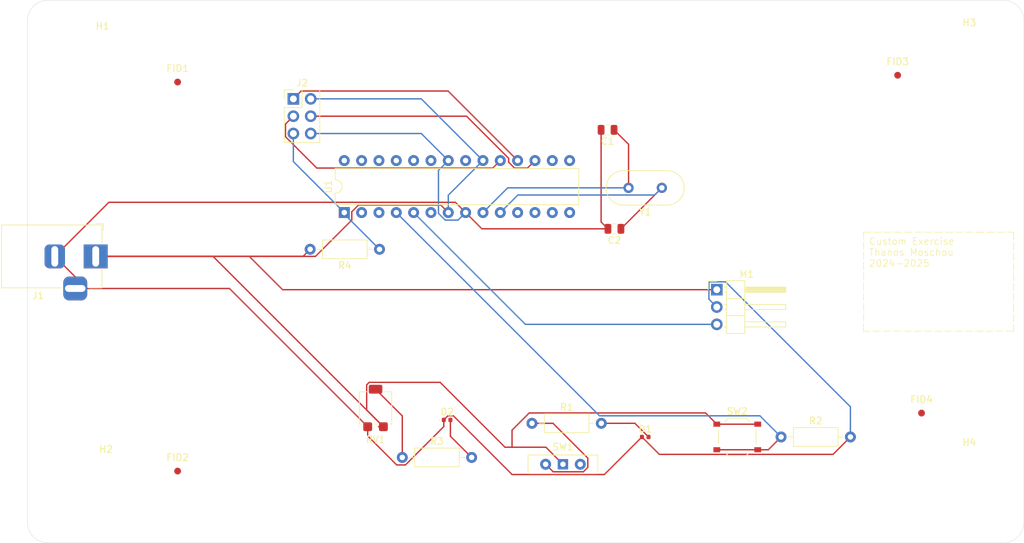
<source format=kicad_pcb>
(kicad_pcb (version 20240108) (generator "pcbnew") (generator_version "8.0")
  (layers (0 "F.Cu" signal) (31 "B.Cu" signal) (34 "B.Paste" user) (35 "F.Paste" user) (36 "B.SilkS" user "B.Silkscreen") (37 "F.SilkS" user "F.Silkscreen") (38 "B.Mask" user) (39 "F.Mask" user) (44 "Edge.Cuts" user))
  (net 0 "")
  (net 1 "GND")
  (net 2 "Net-(U1-XTAL1{slash}PB6)")
  (net 3 "Net-(U1-XTAL2{slash}PB7)")
  (net 4 "Net-(D1-A)")
  (net 5 "Net-(D2-A)")
  (net 6 "VCC")
  (net 7 "Net-(J2-Pin_4)")
  (net 8 "Net-(J2-Pin_3)")
  (net 9 "/RESET")
  (net 10 "Net-(J2-Pin_1)")
  (net 11 "/SERVO")
  (net 12 "Net-(SW1-C)")
  (net 13 "/PUSH")
  (net 14 "Net-(R3-Pad1)")
  (footprint "Fiducial:Fiducial_1mm_Mask2mm" (layer "F.Cu") (at 73 113)
    (property "Reference" "FID2" (at 0 -2 0) (layer "F.SilkS"))
    (property "Value" "Fiducial")
    (pad "" smd circle (at 0 0) (size 1 1) (layers "F.Cu" "F.Mask") (clearance 0.5))
  )
  (footprint "Fiducial:Fiducial_1mm_Mask2mm" (layer "F.Cu") (at 178.5 55)
    (property "Reference" "FID3" (at 0 -2 0) (layer "F.SilkS"))
    (property "Value" "Fiducial")
    (pad "" smd circle (at 0 0) (size 1 1) (layers "F.Cu" "F.Mask") (clearance 0.5))
  )
  (footprint "Button_Switch_THT:SW_Slide-03_Wuerth-WS-SLTV_10x2.5x6.4_P2.54mm" (layer "F.Cu") (at 129.46 112)
    (property "Reference" "SW1" (at 0 -2.54 0) (layer "F.SilkS"))
    (property "Value" "SW_Wuerth_450301014042")
    (fp_rect (start -5.11 -1.36) (end 5.11 1.36) (stroke (width 0.12)) (fill none) (layer "F.SilkS"))
    (pad "1" thru_hole rect (at 0 0) (size 1.5 1.5) (drill 0.8) (layers "*.Cu" "*.Mask") (net 6 "VCC"))
    (pad "2" thru_hole circle (at -2.54 0) (size 1.6 1.6) (drill 0.8) (layers "*.Cu" "*.Mask") (net 12 "Net-(SW1-C)"))
    (pad "3" thru_hole circle (at 2.54 0) (size 1.6 1.6) (drill 0.8) (layers "*.Cu" "*.Mask"))
  )
  (footprint "MountingHole:MountingHole_3.2mm_M3" (layer "F.Cu") (at 62.5 114)
    (property "Reference" "H2" (at 0 -4.2 0) (layer "F.SilkS"))
    (property "Value" "MountingHole")
    (pad "" np_thru_hole circle (at 0 0) (size 3.2 3.2) (drill 3.2) (layers "*.Cu" "*.Mask"))
  )
  (footprint "Connector_PinHeader_2.54mm:PinHeader_1x03_P2.54mm_Horizontal" (layer "F.Cu") (at 152 86.42)
    (property "Reference" "M1" (at 4.385 -2.27 0) (layer "F.SilkS"))
    (property "Value" "Motor_Servo_AirTronics")
    (fp_line (start -1.27 -1.27) (end 0 -1.27) (stroke (width 0.12)) (layer "F.SilkS"))
    (fp_line (start -1.27 0) (end -1.27 -1.27) (stroke (width 0.12)) (layer "F.SilkS"))
    (fp_line (start 1.042929 2.16) (end 1.44 2.16) (stroke (width 0.12)) (layer "F.SilkS"))
    (fp_line (start 1.042929 2.92) (end 1.44 2.92) (stroke (width 0.12)) (layer "F.SilkS"))
    (fp_line (start 1.042929 4.7) (end 1.44 4.7) (stroke (width 0.12)) (layer "F.SilkS"))
    (fp_line (start 1.042929 5.46) (end 1.44 5.46) (stroke (width 0.12)) (layer "F.SilkS"))
    (fp_line (start 1.11 -0.38) (end 1.44 -0.38) (stroke (width 0.12)) (layer "F.SilkS"))
    (fp_line (start 1.11 0.38) (end 1.44 0.38) (stroke (width 0.12)) (layer "F.SilkS"))
    (fp_line (start 1.44 -1.33) (end 1.44 6.41) (stroke (width 0.12)) (layer "F.SilkS"))
    (fp_line (start 1.44 1.27) (end 4.1 1.27) (stroke (width 0.12)) (layer "F.SilkS"))
    (fp_line (start 1.44 3.81) (end 4.1 3.81) (stroke (width 0.12)) (layer "F.SilkS"))
    (fp_line (start 1.44 6.41) (end 4.1 6.41) (stroke (width 0.12)) (layer "F.SilkS"))
    (fp_line (start 4.1 -1.33) (end 1.44 -1.33) (stroke (width 0.12)) (layer "F.SilkS"))
    (fp_line (start 4.1 -0.38) (end 10.1 -0.38) (stroke (width 0.12)) (layer "F.SilkS"))
    (fp_line (start 4.1 -0.32) (end 10.1 -0.32) (stroke (width 0.12)) (layer "F.SilkS"))
    (fp_line (start 4.1 -0.2) (end 10.1 -0.2) (stroke (width 0.12)) (layer "F.SilkS"))
    (fp_line (start 4.1 -0.08) (end 10.1 -0.08) (stroke (width 0.12)) (layer "F.SilkS"))
    (fp_line (start 4.1 0.04) (end 10.1 0.04) (stroke (width 0.12)) (layer "F.SilkS"))
    (fp_line (start 4.1 0.16) (end 10.1 0.16) (stroke (width 0.12)) (layer "F.SilkS"))
    (fp_line (start 4.1 0.28) (end 10.1 0.28) (stroke (width 0.12)) (layer "F.SilkS"))
    (fp_line (start 4.1 2.16) (end 10.1 2.16) (stroke (width 0.12)) (layer "F.SilkS"))
    (fp_line (start 4.1 4.7) (end 10.1 4.7) (stroke (width 0.12)) (layer "F.SilkS"))
    (fp_line (start 4.1 6.41) (end 4.1 -1.33) (stroke (width 0.12)) (layer "F.SilkS"))
    (fp_line (start 10.1 -0.38) (end 10.1 0.38) (stroke (width 0.12)) (layer "F.SilkS"))
    (fp_line (start 10.1 0.38) (end 4.1 0.38) (stroke (width 0.12)) (layer "F.SilkS"))
    (fp_line (start 10.1 2.16) (end 10.1 2.92) (stroke (width 0.12)) (layer "F.SilkS"))
    (fp_line (start 10.1 2.92) (end 4.1 2.92) (stroke (width 0.12)) (layer "F.SilkS"))
    (fp_line (start 10.1 4.7) (end 10.1 5.46) (stroke (width 0.12)) (layer "F.SilkS"))
    (fp_line (start 10.1 5.46) (end 4.1 5.46) (stroke (width 0.12)) (layer "F.SilkS"))
    (pad "1" thru_hole rect (at 0 0) (size 1.7 1.7) (drill 1) (layers "*.Cu" "*.Mask") (net 6 "VCC"))
    (pad "2" thru_hole oval (at 0 2.54) (size 1.7 1.7) (drill 1) (layers "*.Cu" "*.Mask") (net 1 "GND"))
    (pad "3" thru_hole oval (at 0 5.08) (size 1.7 1.7) (drill 1) (layers "*.Cu" "*.Mask") (net 11 "/SERVO"))
  )
  (footprint "Capacitor_SMD:C_0805_2012Metric" (layer "F.Cu") (at 137 77.5 180)
    (property "Reference" "C2" (at 0 -1.68 360) (layer "F.SilkS"))
    (property "Value" "C")
    (fp_line (start -0.261252 0.735) (end 0.261252 0.735) (stroke (width 0.12)) (layer "F.SilkS"))
    (fp_line (start -0.261252 -0.735) (end 0.261252 -0.735) (stroke (width 0.12)) (layer "F.SilkS"))
    (pad "1" smd roundrect (at -0.95 0 180) (size 1 1.45) (layers "F.Cu" "F.Paste" "F.Mask") (net 3 "Net-(U1-XTAL2{slash}PB7)"))
    (pad "2" smd roundrect (at 0.95 0 180) (size 1 1.45) (layers "F.Cu" "F.Paste" "F.Mask") (net 1 "GND"))
  )
  (footprint "LED_SMD:LED_0402_1005Metric" (layer "F.Cu") (at 112.485 105.5)
    (property "Reference" "D2" (at 0 -1.17 0) (layer "F.SilkS"))
    (property "Value" "LED")
    (fp_circle (center -1.09 0) (end -1.04 0) (stroke (width 0.1)) (fill none) (layer "F.SilkS"))
    (pad "1" smd roundrect (at -0.485 0) (size 0.59 0.64) (layers "F.Cu" "F.Paste" "F.Mask") (net 1 "GND"))
    (pad "2" smd roundrect (at 0.485 0) (size 0.59 0.64) (layers "F.Cu" "F.Paste" "F.Mask") (net 5 "Net-(D2-A)"))
  )
  (footprint "Resistor_THT:R_Axial_DIN0207_L6.3mm_D2.5mm_P10.16mm_Horizontal" (layer "F.Cu") (at 124.92 106)
    (property "Reference" "R1" (at 5.08 -2.37 0) (layer "F.SilkS"))
    (property "Value" "220")
    (fp_line (start 1.04 0) (end 1.81 0) (stroke (width 0.12)) (layer "F.SilkS"))
    (fp_line (start 1.81 -1.37) (end 1.81 1.37) (stroke (width 0.12)) (layer "F.SilkS"))
    (fp_line (start 1.81 1.37) (end 8.35 1.37) (stroke (width 0.12)) (layer "F.SilkS"))
    (fp_line (start 8.35 -1.37) (end 1.81 -1.37) (stroke (width 0.12)) (layer "F.SilkS"))
    (fp_line (start 8.35 1.37) (end 8.35 -1.37) (stroke (width 0.12)) (layer "F.SilkS"))
    (fp_line (start 9.12 0) (end 8.35 0) (stroke (width 0.12)) (layer "F.SilkS"))
    (pad "1" thru_hole circle (at 0 0) (size 1.6 1.6) (drill 0.8) (layers "*.Cu" "*.Mask") (net 12 "Net-(SW1-C)"))
    (pad "2" thru_hole oval (at 10.16 0) (size 1.6 1.6) (drill 0.8) (layers "*.Cu" "*.Mask") (net 4 "Net-(D1-A)"))
  )
  (footprint "Crystal:Crystal_HC49-4H_Vertical" (layer "F.Cu") (at 143.95 71.5 180)
    (property "Reference" "Y1" (at 2.44 -3.525 360) (layer "F.SilkS"))
    (property "Value" "Crystal")
    (fp_line (start -0.76 2.525) (end 5.64 2.525) (stroke (width 0.12)) (layer "F.SilkS"))
    (fp_line (start -0.76 -2.525) (end 5.64 -2.525) (stroke (width 0.12)) (layer "F.SilkS"))
    (fp_arc (start 5.64 -2.525) (mid 8.165 0) (end 5.64 2.525) (stroke (width 0.12)) (layer "F.SilkS"))
    (fp_arc (start -0.76 2.525) (mid -3.285 0) (end -0.76 -2.525) (stroke (width 0.12)) (layer "F.SilkS"))
    (pad "1" thru_hole circle (at 0 0 180) (size 1.5 1.5) (drill 0.8) (layers "*.Cu" "*.Mask") (net 3 "Net-(U1-XTAL2{slash}PB7)"))
    (pad "2" thru_hole circle (at 4.88 0 180) (size 1.5 1.5) (drill 0.8) (layers "*.Cu" "*.Mask") (net 2 "Net-(U1-XTAL1{slash}PB6)"))
  )
  (footprint "Resistor_THT:R_Axial_DIN0207_L6.3mm_D2.5mm_P10.16mm_Horizontal" (layer "F.Cu") (at 161.42 108)
    (property "Reference" "R2" (at 5.08 -2.37 360) (layer "F.SilkS"))
    (property "Value" "220")
    (fp_line (start 1.04 0) (end 1.81 0) (stroke (width 0.12)) (layer "F.SilkS"))
    (fp_line (start 1.81 -1.37) (end 1.81 1.37) (stroke (width 0.12)) (layer "F.SilkS"))
    (fp_line (start 1.81 1.37) (end 8.35 1.37) (stroke (width 0.12)) (layer "F.SilkS"))
    (fp_line (start 8.35 -1.37) (end 1.81 -1.37) (stroke (width 0.12)) (layer "F.SilkS"))
    (fp_line (start 8.35 1.37) (end 8.35 -1.37) (stroke (width 0.12)) (layer "F.SilkS"))
    (fp_line (start 9.12 0) (end 8.35 0) (stroke (width 0.12)) (layer "F.SilkS"))
    (pad "1" thru_hole circle (at 0 0) (size 1.6 1.6) (drill 0.8) (layers "*.Cu" "*.Mask") (net 13 "/PUSH"))
    (pad "2" thru_hole oval (at 10.16 0) (size 1.6 1.6) (drill 0.8) (layers "*.Cu" "*.Mask") (net 1 "GND"))
  )
  (footprint "Capacitor_SMD:C_0805_2012Metric" (layer "F.Cu") (at 136 63 180)
    (property "Reference" "C1" (at 0 -1.68 360) (layer "F.SilkS"))
    (property "Value" "C")
    (fp_line (start -0.261252 0.735) (end 0.261252 0.735) (stroke (width 0.12)) (layer "F.SilkS"))
    (fp_line (start -0.261252 -0.735) (end 0.261252 -0.735) (stroke (width 0.12)) (layer "F.SilkS"))
    (pad "1" smd roundrect (at -0.95 0 180) (size 1 1.45) (layers "F.Cu" "F.Paste" "F.Mask") (net 2 "Net-(U1-XTAL1{slash}PB6)"))
    (pad "2" smd roundrect (at 0.95 0 180) (size 1 1.45) (layers "F.Cu" "F.Paste" "F.Mask") (net 1 "GND"))
  )
  (footprint "Resistor_THT:R_Axial_DIN0207_L6.3mm_D2.5mm_P10.16mm_Horizontal" (layer "F.Cu") (at 102.58 80.5 180)
    (property "Reference" "R4" (at 5.08 -2.37 360) (layer "F.SilkS"))
    (property "Value" "10K")
    (fp_line (start 9.12 0) (end 8.35 0) (stroke (width 0.12)) (layer "F.SilkS"))
    (fp_line (start 8.35 1.37) (end 8.35 -1.37) (stroke (width 0.12)) (layer "F.SilkS"))
    (fp_line (start 8.35 -1.37) (end 1.81 -1.37) (stroke (width 0.12)) (layer "F.SilkS"))
    (fp_line (start 1.81 1.37) (end 8.35 1.37) (stroke (width 0.12)) (layer "F.SilkS"))
    (fp_line (start 1.81 -1.37) (end 1.81 1.37) (stroke (width 0.12)) (layer "F.SilkS"))
    (fp_line (start 1.04 0) (end 1.81 0) (stroke (width 0.12)) (layer "F.SilkS"))
    (pad "1" thru_hole circle (at 0 0 180) (size 1.6 1.6) (drill 0.8) (layers "*.Cu" "*.Mask") (net 9 "/RESET"))
    (pad "2" thru_hole oval (at 10.16 0 180) (size 1.6 1.6) (drill 0.8) (layers "*.Cu" "*.Mask") (net 6 "VCC"))
  )
  (footprint "MountingHole:MountingHole_3.2mm_M3" (layer "F.Cu") (at 189 51.5)
    (property "Reference" "H3" (at 0 -4.2 0) (layer "F.SilkS"))
    (property "Value" "MountingHole")
    (pad "" np_thru_hole circle (at 0 0) (size 3.2 3.2) (drill 3.2) (layers "*.Cu" "*.Mask"))
  )
  (footprint "Fiducial:Fiducial_1mm_Mask2mm" (layer "F.Cu") (at 73 56)
    (property "Reference" "FID1" (at 0 -2 0) (layer "F.SilkS"))
    (property "Value" "Fiducial")
    (pad "" smd circle (at 0 0) (size 1 1) (layers "F.Cu" "F.Mask") (clearance 0.5))
  )
  (footprint "Resistor_THT:R_Axial_DIN0207_L6.3mm_D2.5mm_P10.16mm_Horizontal" (layer "F.Cu") (at 105.92 111)
    (property "Reference" "R3" (at 5.08 -2.37 0) (layer "F.SilkS"))
    (property "Value" "220")
    (fp_line (start 1.04 0) (end 1.81 0) (stroke (width 0.12)) (layer "F.SilkS"))
    (fp_line (start 1.81 -1.37) (end 1.81 1.37) (stroke (width 0.12)) (layer "F.SilkS"))
    (fp_line (start 1.81 1.37) (end 8.35 1.37) (stroke (width 0.12)) (layer "F.SilkS"))
    (fp_line (start 8.35 -1.37) (end 1.81 -1.37) (stroke (width 0.12)) (layer "F.SilkS"))
    (fp_line (start 8.35 1.37) (end 8.35 -1.37) (stroke (width 0.12)) (layer "F.SilkS"))
    (fp_line (start 9.12 0) (end 8.35 0) (stroke (width 0.12)) (layer "F.SilkS"))
    (pad "1" thru_hole circle (at 0 0) (size 1.6 1.6) (drill 0.8) (layers "*.Cu" "*.Mask") (net 14 "Net-(R3-Pad1)"))
    (pad "2" thru_hole oval (at 10.16 0) (size 1.6 1.6) (drill 0.8) (layers "*.Cu" "*.Mask") (net 5 "Net-(D2-A)"))
  )
  (footprint "Potentiometer_SMD:Potentiometer_Bourns_3314G_Vertical" (layer "F.Cu") (at 102 103.75 180)
    (property "Reference" "RV1" (at 0 -4.65 360) (layer "F.SilkS"))
    (property "Value" "R_Potentiometer")
    (fp_line (start 2.37 -2.37) (end 2.37 2.37) (stroke (width 0.12)) (layer "F.SilkS"))
    (fp_line (start 2.06 -2.37) (end 2.37 -2.37) (stroke (width 0.12)) (layer "F.SilkS"))
    (fp_line (start 1.26 2.37) (end 2.37 2.37) (stroke (width 0.12)) (layer "F.SilkS"))
    (fp_line (start -0.24 -2.37) (end 0.24 -2.37) (stroke (width 0.12)) (layer "F.SilkS"))
    (fp_line (start -2.37 2.37) (end -1.26 2.37) (stroke (width 0.12)) (layer "F.SilkS"))
    (fp_line (start -2.37 -2.37) (end -2.06 -2.37) (stroke (width 0.12)) (layer "F.SilkS"))
    (fp_line (start -2.37 -2.37) (end -2.37 2.37) (stroke (width 0.12)) (layer "F.SilkS"))
    (pad "1" smd roundrect (at -1.15 -2.75 180) (size 1.3 1.3) (layers "F.Cu" "F.Paste" "F.Mask") (roundrect_rratio 0.1923076923) (net 6 "VCC"))
    (pad "2" smd roundrect (at 0 2.75 180) (size 2 1.3) (layers "F.Cu" "F.Paste" "F.Mask") (roundrect_rratio 0.1923076923) (net 14 "Net-(R3-Pad1)"))
    (pad "3" smd roundrect (at 1.15 -2.75 180) (size 1.3 1.3) (layers "F.Cu" "F.Paste" "F.Mask") (roundrect_rratio 0.1923076923) (net 1 "GND"))
  )
  (footprint "Connector_PinHeader_2.54mm:PinHeader_2x03_P2.54mm_Vertical" (layer "F.Cu") (at 89.96 58.46)
    (property "Reference" "J2" (at 1.27 -2.33 0) (layer "F.SilkS"))
    (property "Value" "Conn_02x03_Odd_Even")
    (fp_line (start -1.33 -1.33) (end 0 -1.33) (stroke (width 0.12)) (layer "F.SilkS"))
    (fp_line (start -1.33 0) (end -1.33 -1.33) (stroke (width 0.12)) (layer "F.SilkS"))
    (fp_line (start -1.33 1.27) (end -1.33 6.41) (stroke (width 0.12)) (layer "F.SilkS"))
    (fp_line (start -1.33 1.27) (end 1.27 1.27) (stroke (width 0.12)) (layer "F.SilkS"))
    (fp_line (start -1.33 6.41) (end 3.87 6.41) (stroke (width 0.12)) (layer "F.SilkS"))
    (fp_line (start 1.27 -1.33) (end 3.87 -1.33) (stroke (width 0.12)) (layer "F.SilkS"))
    (fp_line (start 1.27 1.27) (end 1.27 -1.33) (stroke (width 0.12)) (layer "F.SilkS"))
    (fp_line (start 3.87 -1.33) (end 3.87 6.41) (stroke (width 0.12)) (layer "F.SilkS"))
    (pad "1" thru_hole rect (at 0 0) (size 1.7 1.7) (drill 1) (layers "*.Cu" "*.Mask") (net 10 "Net-(J2-Pin_1)"))
    (pad "2" thru_hole oval (at 2.54 0) (size 1.7 1.7) (drill 1) (layers "*.Cu" "*.Mask") (net 6 "VCC"))
    (pad "3" thru_hole oval (at 0 2.54) (size 1.7 1.7) (drill 1) (layers "*.Cu" "*.Mask") (net 8 "Net-(J2-Pin_3)"))
    (pad "4" thru_hole oval (at 2.54 2.54) (size 1.7 1.7) (drill 1) (layers "*.Cu" "*.Mask") (net 7 "Net-(J2-Pin_4)"))
    (pad "5" thru_hole oval (at 0 5.08) (size 1.7 1.7) (drill 1) (layers "*.Cu" "*.Mask") (net 9 "/RESET"))
    (pad "6" thru_hole oval (at 2.54 5.08) (size 1.7 1.7) (drill 1) (layers "*.Cu" "*.Mask") (net 1 "GND"))
  )
  (footprint "Package_DIP:DIP-28_W7.62mm" (layer "F.Cu") (at 97.42 75.12 90)
    (property "Reference" "U1" (at 3.81 -2.33 90) (layer "F.SilkS"))
    (property "Value" "ATmega328-P")
    (fp_line (start 6.46 -1.33) (end 4.81 -1.33) (stroke (width 0.12)) (layer "F.SilkS"))
    (fp_line (start 2.81 -1.33) (end 1.16 -1.33) (stroke (width 0.12)) (layer "F.SilkS"))
    (fp_line (start 1.16 -1.33) (end 1.16 34.35) (stroke (width 0.12)) (layer "F.SilkS"))
    (fp_line (start 6.46 34.35) (end 6.46 -1.33) (stroke (width 0.12)) (layer "F.SilkS"))
    (fp_line (start 1.16 34.35) (end 6.46 34.35) (stroke (width 0.12)) (layer "F.SilkS"))
    (fp_arc (start 4.81 -1.33) (mid 3.81 -0.33) (end 2.81 -1.33) (stroke (width 0.12)) (layer "F.SilkS"))
    (pad "1" thru_hole rect (at 0 0 90) (size 1.6 1.6) (drill 0.8) (layers "*.Cu" "*.Mask") (net 9 "/RESET"))
    (pad "2" thru_hole oval (at 0 2.54 90) (size 1.6 1.6) (drill 0.8) (layers "*.Cu" "*.Mask"))
    (pad "3" thru_hole oval (at 0 5.08 90) (size 1.6 1.6) (drill 0.8) (layers "*.Cu" "*.Mask"))
    (pad "4" thru_hole oval (at 0 7.62 90) (size 1.6 1.6) (drill 0.8) (layers "*.Cu" "*.Mask") (net 13 "/PUSH"))
    (pad "5" thru_hole oval (at 0 10.16 90) (size 1.6 1.6) (drill 0.8) (layers "*.Cu" "*.Mask") (net 11 "/SERVO"))
    (pad "6" thru_hole oval (at 0 12.7 90) (size 1.6 1.6) (drill 0.8) (layers "*.Cu" "*.Mask"))
    (pad "7" thru_hole oval (at 0 15.24 90) (size 1.6 1.6) (drill 0.8) (layers "*.Cu" "*.Mask") (net 6 "VCC"))
    (pad "8" thru_hole oval (at 0 17.78 90) (size 1.6 1.6) (drill 0.8) (layers "*.Cu" "*.Mask") (net 1 "GND"))
    (pad "9" thru_hole oval (at 0 20.32 90) (size 1.6 1.6) (drill 0.8) (layers "*.Cu" "*.Mask") (net 2 "Net-(U1-XTAL1{slash}PB6)"))
    (pad "10" thru_hole oval (at 0 22.86 90) (size 1.6 1.6) (drill 0.8) (layers "*.Cu" "*.Mask") (net 3 "Net-(U1-XTAL2{slash}PB7)"))
    (pad "11" thru_hole oval (at 0 25.4 90) (size 1.6 1.6) (drill 0.8) (layers "*.Cu" "*.Mask"))
    (pad "12" thru_hole oval (at 0 27.94 90) (size 1.6 1.6) (drill 0.8) (layers "*.Cu" "*.Mask"))
    (pad "13" thru_hole oval (at 0 30.48 90) (size 1.6 1.6) (drill 0.8) (layers "*.Cu" "*.Mask"))
    (pad "14" thru_hole oval (at 0 33.02 90) (size 1.6 1.6) (drill 0.8) (layers "*.Cu" "*.Mask"))
    (pad "15" thru_hole oval (at 7.62 33.02 90) (size 1.6 1.6) (drill 0.8) (layers "*.Cu" "*.Mask"))
    (pad "16" thru_hole oval (at 7.62 30.48 90) (size 1.6 1.6) (drill 0.8) (layers "*.Cu" "*.Mask"))
    (pad "17" thru_hole oval (at 7.62 27.94 90) (size 1.6 1.6) (drill 0.8) (layers "*.Cu" "*.Mask") (net 7 "Net-(J2-Pin_4)"))
    (pad "18" thru_hole oval (at 7.62 25.4 90) (size 1.6 1.6) (drill 0.8) (layers "*.Cu" "*.Mask") (net 10 "Net-(J2-Pin_1)"))
    (pad "19" thru_hole oval (at 7.62 22.86 90) (size 1.6 1.6) (drill 0.8) (layers "*.Cu" "*.Mask") (net 8 "Net-(J2-Pin_3)"))
    (pad "20" thru_hole oval (at 7.62 20.32 90) (size 1.6 1.6) (drill 0.8) (layers "*.Cu" "*.Mask") (net 6 "VCC"))
    (pad "21" thru_hole oval (at 7.62 17.78 90) (size 1.6 1.6) (drill 0.8) (layers "*.Cu" "*.Mask"))
    (pad "22" thru_hole oval (at 7.62 15.24 90) (size 1.6 1.6) (drill 0.8) (layers "*.Cu" "*.Mask") (net 1 "GND"))
    (pad "23" thru_hole oval (at 7.62 12.7 90) (size 1.6 1.6) (drill 0.8) (layers "*.Cu" "*.Mask"))
    (pad "24" thru_hole oval (at 7.62 10.16 90) (size 1.6 1.6) (drill 0.8) (layers "*.Cu" "*.Mask"))
    (pad "25" thru_hole oval (at 7.62 7.62 90) (size 1.6 1.6) (drill 0.8) (layers "*.Cu" "*.Mask"))
    (pad "26" thru_hole oval (at 7.62 5.08 90) (size 1.6 1.6) (drill 0.8) (layers "*.Cu" "*.Mask"))
    (pad "27" thru_hole oval (at 7.62 2.54 90) (size 1.6 1.6) (drill 0.8) (layers "*.Cu" "*.Mask"))
    (pad "28" thru_hole oval (at 7.62 0 90) (size 1.6 1.6) (drill 0.8) (layers "*.Cu" "*.Mask"))
  )
  (footprint "MountingHole:MountingHole_3.2mm_M3" (layer "F.Cu") (at 189 113)
    (property "Reference" "H4" (at 0 -4.2 0) (layer "F.SilkS"))
    (property "Value" "MountingHole")
    (pad "" np_thru_hole circle (at 0 0) (size 3.2 3.2) (drill 3.2) (layers "*.Cu" "*.Mask"))
  )
  (footprint "LED_SMD:LED_0402_1005Metric" (layer "F.Cu") (at 141.515 108)
    (property "Reference" "D1" (at 0 -1.17 0) (layer "F.SilkS"))
    (property "Value" "LED")
    (fp_circle (center -1.09 0) (end -1.04 0) (stroke (width 0.1)) (fill none) (layer "F.SilkS"))
    (pad "1" smd roundrect (at -0.485 0) (size 0.59 0.64) (layers "F.Cu" "F.Paste" "F.Mask") (net 1 "GND"))
    (pad "2" smd roundrect (at 0.485 0) (size 0.59 0.64) (layers "F.Cu" "F.Paste" "F.Mask") (net 4 "Net-(D1-A)"))
  )
  (footprint "Button_Switch_SMD:SW_Push_1P1T_XKB_TS-1187A" (layer "F.Cu") (at 155 108)
    (property "Reference" "SW2" (at 0 -3.75 0) (layer "F.SilkS"))
    (property "Value" "SW_Push")
    (fp_line (start -2.75 -1) (end -2.75 1) (stroke (width 0.12)) (layer "F.SilkS"))
    (fp_line (start -1.75 -2.3) (end -1.3 -2.75) (stroke (width 0.12)) (layer "F.SilkS"))
    (fp_line (start -1.75 2.3) (end -1.3 2.75) (stroke (width 0.12)) (layer "F.SilkS"))
    (fp_line (start -1.3 -2.75) (end 1.3 -2.75) (stroke (width 0.12)) (layer "F.SilkS"))
    (fp_line (start -1.3 2.75) (end 1.3 2.75) (stroke (width 0.12)) (layer "F.SilkS"))
    (fp_line (start 1.75 -2.3) (end 1.3 -2.75) (stroke (width 0.12)) (layer "F.SilkS"))
    (fp_line (start 1.75 2.3) (end 1.3 2.75) (stroke (width 0.12)) (layer "F.SilkS"))
    (fp_line (start 2.75 -1) (end 2.75 1) (stroke (width 0.12)) (layer "F.SilkS"))
    (pad "1" smd rect (at -3 -1.875) (size 1 0.75) (layers "F.Cu" "F.Paste" "F.Mask") (net 6 "VCC"))
    (pad "1" smd rect (at 3 -1.875) (size 1 0.75) (layers "F.Cu" "F.Paste" "F.Mask") (net 6 "VCC"))
    (pad "2" smd rect (at -3 1.875) (size 1 0.75) (layers "F.Cu" "F.Paste" "F.Mask") (net 13 "/PUSH"))
    (pad "2" smd rect (at 3 1.875) (size 1 0.75) (layers "F.Cu" "F.Paste" "F.Mask") (net 13 "/PUSH"))
  )
  (footprint "Connector_BarrelJack:BarrelJack_Horizontal" (layer "F.Cu") (at 61 81.5425)
    (property "Reference" "J1" (at -8.45 5.75 0) (layer "F.SilkS"))
    (property "Value" "Barrel_Jack_Switch")
    (fp_line (start -13.8 -4.6) (end 0.9 -4.6) (stroke (width 0.12)) (layer "F.SilkS"))
    (fp_line (start -13.8 4.6) (end -13.8 -4.6) (stroke (width 0.12)) (layer "F.SilkS"))
    (fp_line (start -5 4.6) (end -13.8 4.6) (stroke (width 0.12)) (layer "F.SilkS"))
    (fp_line (start 0.05 -4.8) (end 1.1 -4.8) (stroke (width 0.12)) (layer "F.SilkS"))
    (fp_line (start 0.9 -4.6) (end 0.9 -2) (stroke (width 0.12)) (layer "F.SilkS"))
    (fp_line (start 0.9 1.9) (end 0.9 4.6) (stroke (width 0.12)) (layer "F.SilkS"))
    (fp_line (start 0.9 4.6) (end -1 4.6) (stroke (width 0.12)) (layer "F.SilkS"))
    (fp_line (start 1.1 -3.75) (end 1.1 -4.8) (stroke (width 0.12)) (layer "F.SilkS"))
    (pad "1" thru_hole rect (at 0 0) (size 3.5 3.5) (drill oval 1 3) (layers "*.Cu" "*.Mask") (net 6 "VCC"))
    (pad "2" thru_hole roundrect (at -6 0) (size 3 3.5) (drill oval 1 3) (layers "*.Cu" "*.Mask") (net 1 "GND"))
    (pad "3" thru_hole roundrect (at -3 4.7) (size 3.5 3.5) (drill oval 3 1) (layers "*.Cu" "*.Mask") (net 1 "GND"))
  )
  (footprint "Fiducial:Fiducial_1mm_Mask2mm" (layer "F.Cu") (at 182 104.5)
    (property "Reference" "FID4" (at 0 -2 0) (layer "F.SilkS"))
    (property "Value" "Fiducial")
    (pad "" smd circle (at 0 0) (size 1 1) (layers "F.Cu" "F.Mask") (clearance 0.5))
  )
  (footprint "MountingHole:MountingHole_3.2mm_M3" (layer "F.Cu") (at 62 52)
    (property "Reference" "H1" (at 0 -4.2 0) (layer "F.SilkS"))
    (property "Value" "MountingHole")
    (pad "" np_thru_hole circle (at 0 0) (size 3.2 3.2) (drill 3.2) (layers "*.Cu" "*.Mask"))
  )
  (gr_arc (start 197 120.5) (mid 196.12132 122.62132) (end 194 123.5) (stroke (width 0.05)) (layer "Edge.Cuts"))
  (gr_arc (start 194 44) (mid 196.12132 44.87868) (end 197 47) (stroke (width 0.05)) (layer "Edge.Cuts"))
  (gr_line (start 194 123.5) (end 54 123.5) (stroke (width 0.05)) (layer "Edge.Cuts"))
  (gr_line (start 51 120.5) (end 51 47) (stroke (width 0.05)) (layer "Edge.Cuts"))
  (gr_arc (start 51 47) (mid 51.87868 44.87868) (end 54 44) (stroke (width 0.05)) (layer "Edge.Cuts"))
  (gr_arc (start 54 123.5) (mid 51.87868 122.62132) (end 51 120.5) (stroke (width 0.05)) (layer "Edge.Cuts"))
  (gr_line (start 54 44) (end 194 44) (stroke (width 0.05)) (layer "Edge.Cuts"))
  (gr_line (start 197 47) (end 197 120.5) (stroke (width 0.05)) (layer "Edge.Cuts"))
  (gr_text_box "Custom Exercise\nThanos Moschou\n2024-2025" (start 173.5 78) (end 195.5 92.5) (layer "F.SilkS") (effects (font (size 1 1) (thickness 0.1)) (justify left top)) (border yes) (stroke (width 0.1) (type dash)))
  (segment (start 55 81.5425) (end 58 84.5425) (width 0.2) (layer "F.Cu") (net 1))
  (segment (start 62.9225 73.62) (end 113.7 73.62) (width 0.2) (layer "F.Cu") (net 1))
  (segment (start 135.05 76.5) (end 136.05 77.5) (width 0.2) (layer "F.Cu") (net 1))
  (segment (start 58 84.5425) (end 58 86.2425) (width 0.2) (layer "F.Cu") (net 1))
  (segment (start 136.05 77.5) (end 117.58 77.5) (width 0.2) (layer "F.Cu") (net 1))
  (segment (start 112.62 104.88) (end 112 105.5) (width 0.2) (layer "F.Cu") (net 1))
  (segment (start 169.03 110.55) (end 143.58 110.55) (width 0.2) (layer "F.Cu") (net 1))
  (segment (start 141.03 108) (end 135.53 113.5) (width 0.2) (layer "F.Cu") (net 1))
  (segment (start 113.7 73.62) (end 115.2 75.12) (width 0.2) (layer "F.Cu") (net 1))
  (segment (start 105.1 112.1) (end 100.85 107.85) (width 0.2) (layer "F.Cu") (net 1))
  (segment (start 106.375635 112.1) (end 105.1 112.1) (width 0.2) (layer "F.Cu") (net 1))
  (segment (start 135.05 63) (end 135.05 76.5) (width 0.2) (layer "F.Cu") (net 1))
  (segment (start 117.58 77.5) (end 115.2 75.12) (width 0.2) (layer "F.Cu") (net 1))
  (segment (start 171.58 108) (end 169.03 110.55) (width 0.2) (layer "F.Cu") (net 1))
  (segment (start 113.38 104.88) (end 112.62 104.88) (width 0.2) (layer "F.Cu") (net 1))
  (segment (start 135.53 113.5) (end 122 113.5) (width 0.2) (layer "F.Cu") (net 1))
  (segment (start 80.5925 86.2425) (end 100.85 106.5) (width 0.2) (layer "F.Cu") (net 1))
  (segment (start 58 86.2425) (end 80.5925 86.2425) (width 0.2) (layer "F.Cu") (net 1))
  (segment (start 55 81.5425) (end 62.9225 73.62) (width 0.2) (layer "F.Cu") (net 1))
  (segment (start 112 106.475635) (end 106.375635 112.1) (width 0.2) (layer "F.Cu") (net 1))
  (segment (start 100.85 107.85) (end 100.85 106.5) (width 0.2) (layer "F.Cu") (net 1))
  (segment (start 112 105.5) (end 112 106.475635) (width 0.2) (layer "F.Cu") (net 1))
  (segment (start 122 113.5) (end 113.38 104.88) (width 0.2) (layer "F.Cu") (net 1))
  (segment (start 143.58 110.55) (end 141.03 108) (width 0.2) (layer "F.Cu") (net 1))
  (segment (start 92.5 63.54) (end 108.7 63.54) (width 0.2) (layer "B.Cu") (net 1))
  (segment (start 150.85 87.81) (end 150.85 85.27) (width 0.2) (layer "B.Cu") (net 1))
  (segment (start 114.1 76.22) (end 115.2 75.12) (width 0.2) (layer "B.Cu") (net 1))
  (segment (start 112.66 67.5) (end 111.22 68.94) (width 0.2) (layer "B.Cu") (net 1))
  (segment (start 112.204365 76.22) (end 114.1 76.22) (width 0.2) (layer "B.Cu") (net 1))
  (segment (start 171.58 103.58) (end 171.58 108) (width 0.2) (layer "B.Cu") (net 1))
  (segment (start 111.22 75.235635) (end 112.204365 76.22) (width 0.2) (layer "B.Cu") (net 1))
  (segment (start 150.85 85.27) (end 153.27 85.27) (width 0.2) (layer "B.Cu") (net 1))
  (segment (start 111.22 68.94) (end 111.22 75.235635) (width 0.2) (layer "B.Cu") (net 1))
  (segment (start 108.7 63.54) (end 112.66 67.5) (width 0.2) (layer "B.Cu") (net 1))
  (segment (start 153.27 85.27) (end 171.58 103.58) (width 0.2) (layer "B.Cu") (net 1))
  (segment (start 152 88.96) (end 150.85 87.81) (width 0.2) (layer "B.Cu") (net 1))
  (segment (start 139.07 71.5) (end 139.07 65.12) (width 0.2) (layer "F.Cu") (net 2))
  (segment (start 139.07 65.12) (end 136.95 63) (width 0.2) (layer "F.Cu") (net 2))
  (segment (start 139.07 71.5) (end 121.36 71.5) (width 0.2) (layer "B.Cu") (net 2))
  (segment (start 121.36 71.5) (end 117.74 75.12) (width 0.2) (layer "B.Cu") (net 2))
  (segment (start 143.95 71.5) (end 137.95 77.5) (width 0.2) (layer "F.Cu") (net 3))
  (segment (start 143.95 71.5) (end 142.9 72.55) (width 0.2) (layer "B.Cu") (net 3))
  (segment (start 142.9 72.55) (end 122.85 72.55) (width 0.2) (layer "B.Cu") (net 3))
  (segment (start 122.85 72.55) (end 120.28 75.12) (width 0.2) (layer "B.Cu") (net 3))
  (segment (start 135.08 106) (end 140 106) (width 0.2) (layer "F.Cu") (net 4))
  (segment (start 140 106) (end 142 108) (width 0.2) (layer "F.Cu") (net 4))
  (segment (start 112.97 107.89) (end 116.08 111) (width 0.2) (layer "F.Cu") (net 5))
  (segment (start 112.97 105.5) (end 112.97 107.89) (width 0.2) (layer "F.Cu") (net 5))
  (segment (start 98.52 76.22) (end 98.52 75.004365) (width 0.2) (layer "F.Cu") (net 6))
  (segment (start 61 81.5425) (end 93.1975 81.5425) (width 0.2) (layer "F.Cu") (net 6))
  (segment (start 126.96 109.5) (end 122 109.5) (width 0.2) (layer "F.Cu") (net 6))
  (segment (start 99.504365 74.02) (end 111.56 74.02) (width 0.2) (layer "F.Cu") (net 6))
  (segment (start 152 106.125) (end 158 106.125) (width 0.2) (layer "F.Cu") (net 6))
  (segment (start 122 109.5) (end 120.96 109.5) (width 0.2) (layer "F.Cu") (net 6))
  (segment (start 111.46 100) (end 101.065256 100) (width 0.2) (layer "F.Cu") (net 6))
  (segment (start 78.1925 81.5425) (end 103.15 106.5) (width 0.2) (layer "F.Cu") (net 6))
  (segment (start 124.52 104.48) (end 122 107) (width 0.2) (layer "F.Cu") (net 6))
  (segment (start 83.5 81.5425) (end 91.3775 81.5425) (width 0.2) (layer "F.Cu") (net 6))
  (segment (start 122 107) (end 122 109.5) (width 0.2) (layer "F.Cu") (net 6))
  (segment (start 91.3775 81.5425) (end 92.42 80.5) (width 0.2) (layer "F.Cu") (net 6))
  (segment (start 100.7 104.05) (end 103.15 106.5) (width 0.2) (layer "F.Cu") (net 6))
  (segment (start 152 86.42) (end 88.3775 86.42) (width 0.2) (layer "F.Cu") (net 6))
  (segment (start 98.52 75.004365) (end 99.504365 74.02) (width 0.2) (layer "F.Cu") (net 6))
  (segment (start 100.7 100.365256) (end 100.7 104.05) (width 0.2) (layer "F.Cu") (net 6))
  (segment (start 150.355 104.48) (end 124.52 104.48) (width 0.2) (layer "F.Cu") (net 6))
  (segment (start 88.3775 86.42) (end 83.5 81.5425) (width 0.2) (layer "F.Cu") (net 6))
  (segment (start 101.065256 100) (end 100.7 100.365256) (width 0.2) (layer "F.Cu") (net 6))
  (segment (start 61 81.5425) (end 78.1925 81.5425) (width 0.2) (layer "F.Cu") (net 6))
  (segment (start 111.56 74.02) (end 112.66 75.12) (width 0.2) (layer "F.Cu") (net 6))
  (segment (start 152 106.125) (end 150.355 104.48) (width 0.2) (layer "F.Cu") (net 6))
  (segment (start 120.96 109.5) (end 111.46 100) (width 0.2) (layer "F.Cu") (net 6))
  (segment (start 129.46 112) (end 126.96 109.5) (width 0.2) (layer "F.Cu") (net 6))
  (segment (start 93.1975 81.5425) (end 98.52 76.22) (width 0.2) (layer "F.Cu") (net 6))
  (segment (start 61 81.5425) (end 83.5 81.5425) (width 0.2) (layer "F.Cu") (net 6))
  (segment (start 102.434744 106.5) (end 103.15 106.5) (width 0.2) (layer "F.Cu") (net 6))
  (segment (start 92.5 58.46) (end 108.7 58.46) (width 0.2) (layer "B.Cu") (net 6))
  (segment (start 112.66 75.12) (end 112.66 72.58) (width 0.2) (layer "B.Cu") (net 6))
  (segment (start 112.66 72.58) (end 117.74 67.5) (width 0.2) (layer "B.Cu") (net 6))
  (segment (start 108.7 58.46) (end 117.74 67.5) (width 0.2) (layer "B.Cu") (net 6))
  (segment (start 122.364365 68.6) (end 124.26 68.6) (width 0.2) (layer "F.Cu") (net 7))
  (segment (start 115.335635 61) (end 121.5 67.164365) (width 0.2) (layer "F.Cu") (net 7))
  (segment (start 124.26 68.6) (end 125.36 67.5) (width 0.2) (layer "F.Cu") (net 7))
  (segment (start 121.5 67.735635) (end 122.364365 68.6) (width 0.2) (layer "F.Cu") (net 7))
  (segment (start 121.5 67.164365) (end 121.5 67.735635) (width 0.2) (layer "F.Cu") (net 7))
  (segment (start 92.5 61) (end 115.335635 61) (width 0.2) (layer "F.Cu") (net 7))
  (segment (start 93.393654 68.6) (end 119.18 68.6) (width 0.2) (layer "F.Cu") (net 8))
  (segment (start 119.18 68.6) (end 120.28 67.5) (width 0.2) (layer "F.Cu") (net 8))
  (segment (start 89.96 61) (end 88.81 62.15) (width 0.2) (layer "F.Cu") (net 8))
  (segment (start 88.81 62.15) (end 88.81 64.016346) (width 0.2) (layer "F.Cu") (net 8))
  (segment (start 88.81 64.016346) (end 93.393654 68.6) (width 0.2) (layer "F.Cu") (net 8))
  (segment (start 97.42 75.34) (end 97.42 75.12) (width 0.2) (layer "B.Cu") (net 9))
  (segment (start 89.96 63.54) (end 89.96 67.66) (width 0.2) (layer "B.Cu") (net 9))
  (segment (start 89.96 67.66) (end 97.42 75.12) (width 0.2) (layer "B.Cu") (net 9))
  (segment (start 102.58 80.5) (end 97.42 75.34) (width 0.2) (layer "B.Cu") (net 9))
  (segment (start 112.63 57.31) (end 122.82 67.5) (width 0.2) (layer "F.Cu") (net 10))
  (segment (start 91.11 57.31) (end 112.63 57.31) (width 0.2) (layer "F.Cu") (net 10))
  (segment (start 89.96 58.46) (end 91.11 57.31) (width 0.2) (layer "F.Cu") (net 10))
  (segment (start 123.96 91.5) (end 107.58 75.12) (width 0.2) (layer "B.Cu") (net 11))
  (segment (start 152 91.5) (end 123.96 91.5) (width 0.2) (layer "B.Cu") (net 11))
  (segment (start 133.1 111.1) (end 128 106) (width 0.2) (layer "F.Cu") (net 12))
  (segment (start 128 106) (end 124.92 106) (width 0.2) (layer "F.Cu") (net 12))
  (segment (start 128.02 113.1) (end 132.455635 113.1) (width 0.2) (layer "F.Cu") (net 12))
  (segment (start 132.455635 113.1) (end 133.1 112.455635) (width 0.2) (layer "F.Cu") (net 12))
  (segment (start 126.92 112) (end 128.02 113.1) (width 0.2) (layer "F.Cu") (net 12))
  (segment (start 133.1 112.455635) (end 133.1 111.1) (width 0.2) (layer "F.Cu") (net 12))
  (segment (start 159.545 109.875) (end 161.42 108) (width 0.2) (layer "F.Cu") (net 13))
  (segment (start 152 109.875) (end 158 109.875) (width 0.2) (layer "F.Cu") (net 13))
  (segment (start 158 109.875) (end 159.545 109.875) (width 0.2) (layer "F.Cu") (net 13))
  (segment (start 161.42 108) (end 158.32 104.9) (width 0.2) (layer "B.Cu") (net 13))
  (segment (start 134.82 104.9) (end 105.04 75.12) (width 0.2) (layer "B.Cu") (net 13))
  (segment (start 158.32 104.9) (end 134.82 104.9) (width 0.2) (layer "B.Cu") (net 13))
  (segment (start 105.92 104.92) (end 105.92 111) (width 0.2) (layer "F.Cu") (net 14))
  (segment (start 102 101) (end 105.92 104.92) (width 0.2) (layer "F.Cu") (net 14))
)
</source>
